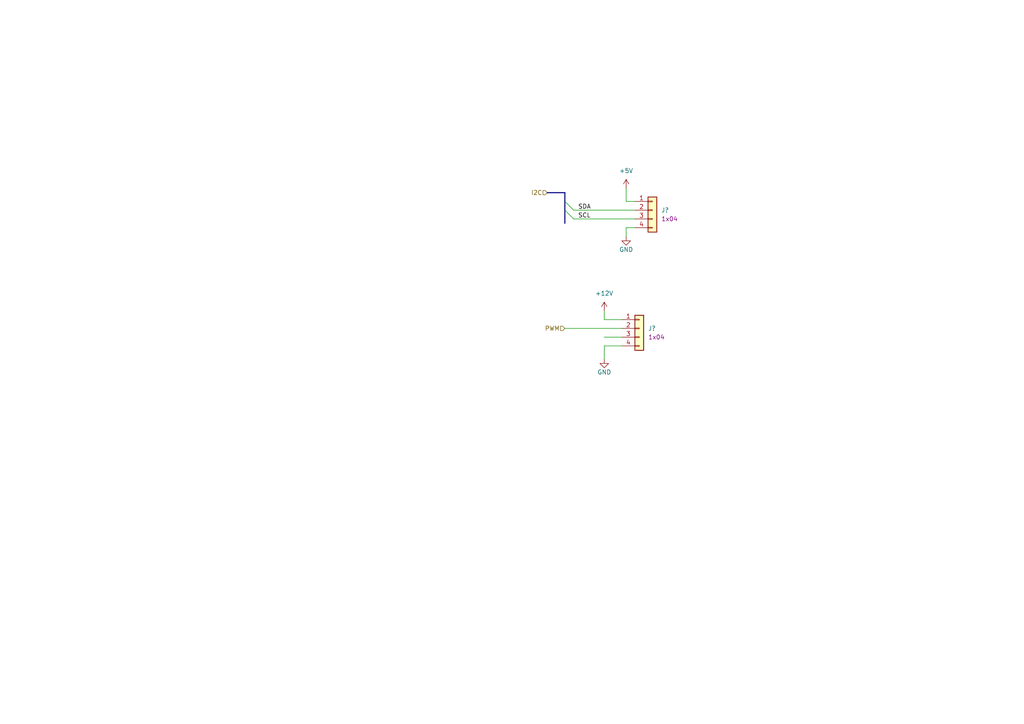
<source format=kicad_sch>
(kicad_sch (version 20211123) (generator eeschema)
  (paper "A4")
  (lib_symbols
    (symbol "KD_Connector_Screw:Con_Screw_1x04_691313510004" (pin_names hide)
      (property "Reference" "J" (at 7.366 -0.127 0))
      (property "Code" "1x04" (at 7.366 -2.667 0))
      (symbol "Con_Screw_1x04_691313510004_1_1"
        (rectangle (start 3.81 -7.493) (end 5.08 -7.747) (stroke (width 0.1524)))
        (rectangle (start 3.81 -4.953) (end 5.08 -5.207) (stroke (width 0.1524)))
        (rectangle (start 3.81 -2.413) (end 5.08 -2.667) (stroke (width 0.1524)))
        (rectangle (start 3.81 0.127) (end 5.08 -0.127) (stroke (width 0.1524)))
        (rectangle (start 3.81 1.27) (end 6.35 -8.89) (stroke (width 0.254)) (fill (type background)))
        (pin passive line (at 0 0 0) (length 3.81) (name "Pin_1") (number "1"))
        (pin passive line (at 0 -2.54 0) (length 3.81) (name "Pin_2") (number "2"))
        (pin passive line (at 0 -5.08 0) (length 3.81) (name "Pin_3") (number "3"))
        (pin passive line (at 0 -7.62 0) (length 3.81) (name "Pin_4") (number "4"))
      )
    )
    (symbol "power:+12V" (power) (pin_names (offset 0))
      (property "Value" "+12V" (at 0 3.556 0))
      (symbol "+12V_0_1"
        (polyline (pts (xy -0.762 1.27) (xy 0 2.54)))
        (polyline (pts (xy 0 0) (xy 0 2.54)))
        (polyline (pts (xy 0 2.54) (xy 0.762 1.27)))
      )
      (symbol "+12V_1_1"
        (pin power_in line (at 0 0 90) (length 0) hide (name "+12V") (number "1"))
      )
    )
    (symbol "power:+5V" (power) (pin_names (offset 0))
      (property "Value" "+5V" (at 0 3.556 0))
      (symbol "+5V_0_1"
        (polyline (pts (xy -0.762 1.27) (xy 0 2.54)))
        (polyline (pts (xy 0 0) (xy 0 2.54)))
        (polyline (pts (xy 0 2.54) (xy 0.762 1.27)))
      )
      (symbol "+5V_1_1"
        (pin power_in line (at 0 0 90) (length 0) hide (name "+5V") (number "1"))
      )
    )
    (symbol "power:GND" (power) (pin_names (offset 0))
      (property "Value" "GND" (at 0 -3.81 0))
      (symbol "GND_0_1"
        (polyline (pts (xy 0 0) (xy 0 -1.27) (xy 1.27 -1.27) (xy 0 -2.54) (xy -1.27 -1.27) (xy 0 -1.27)))
      )
      (symbol "GND_1_1"
        (pin power_in line (at 0 0 270) (length 0) hide (name "GND") (number "1"))
      )
    )
  )
  (bus_entry (at 163.83 58.42) (size 2.54 2.54))
  (bus_entry (at 163.83 60.96) (size 2.54 2.54))
  (wire (pts (xy 184.15 58.42) (xy 181.61 58.42)))
  (bus (pts (xy 163.83 58.42) (xy 163.83 60.96)))
  (wire (pts (xy 181.61 54.61) (xy 181.61 58.42)))
  (wire (pts (xy 175.26 92.71) (xy 180.34 92.71)))
  (wire (pts (xy 163.83 95.25) (xy 180.34 95.25)))
  (bus (pts (xy 163.83 60.96) (xy 163.83 64.77)))
  (wire (pts (xy 166.37 63.5) (xy 184.15 63.5)))
  (wire (pts (xy 180.34 100.33) (xy 175.26 100.33)))
  (wire (pts (xy 166.37 60.96) (xy 184.15 60.96)))
  (wire (pts (xy 175.26 100.33) (xy 175.26 104.14)))
  (wire (pts (xy 175.26 90.17) (xy 175.26 92.71)))
  (wire (pts (xy 175.26 97.79) (xy 180.34 97.79)))
  (wire (pts (xy 181.61 66.04) (xy 181.61 68.58)))
  (bus (pts (xy 163.83 55.88) (xy 163.83 58.42)))
  (wire (pts (xy 184.15 66.04) (xy 181.61 66.04)))
  (bus (pts (xy 158.75 55.88) (xy 163.83 55.88)))
  (label "SCL" (at 167.64 63.5 0))
  (label "SDA" (at 167.64 60.96 0))
  (hierarchical_label "PWM" (shape input) (at 163.83 95.25 180))
  (hierarchical_label "I2C" (shape input) (at 158.75 55.88 180))
  (symbol (lib_id "power:+12V") (at 175.26 90.17 0) (unit 1)
    (property "Reference" "#PWR?" (effects hide))
    (property "Value" "+12V" (at 175.26 85.09 0))
  )
  (symbol (lib_id "power:GND") (at 175.26 104.14 0) (mirror y) (unit 1)
    (property "Reference" "#PWR?" (effects hide))
    (property "Value" "GND" (at 175.26 107.95 0))
  )
  (symbol (lib_id "power:GND") (at 181.61 68.58 0) (mirror y) (unit 1)
    (property "Reference" "#PWR?" (effects hide))
    (property "Value" "GND" (at 181.61 72.39 0))
  )
  (symbol (lib_id "power:+5V") (at 181.61 54.61 0) (unit 1)
    (property "Reference" "#PWR?" (effects hide))
    (property "Value" "+5V" (at 181.61 49.53 0))
  )
  (symbol (lib_id "KD_Connector_Screw:Con_Screw_1x04_691313510004") (at 180.34 92.71 0) (unit 1)
    (property "Reference" "J?" (at 187.96 95.2499 0) (effects (justify left)))
    (property "Value" "Con_Screw_1x04_691313510004" (effects hide))
    (property "Footprint" "KD_Connector_Screw:CON_508_1X04_691313510004_Mated" (effects hide))
    (property "Datasheet" "https://www.we-online.com/katalog/datasheet/6913135100xx.pdf" (effects hide))
    (property "Code" "1x04" (at 187.96 97.7899 0) (effects (justify left)))
    (property "Manufacturer" "Würth Elektronik" (effects hide))
    (property "MFG_PartNo" "691313510004" (effects hide))
    (property "Supplier" "Digi-Key" (effects hide))
    (property "Supplier_PartNo" "732-2072-ND" (effects hide))
    (property "DNP" "F" (effects hide))
    (property "Price" "0.3" (effects hide))
  )
  (symbol (lib_id "KD_Connector_Screw:Con_Screw_1x04_691313510004") (at 184.15 58.42 0) (unit 1)
    (property "Reference" "J?" (at 191.77 60.9599 0) (effects (justify left)))
    (property "Value" "Con_Screw_1x04_691313510004" (effects hide))
    (property "Footprint" "KD_Connector_Screw:CON_508_1X04_691313510004_Mated" (effects hide))
    (property "Datasheet" "https://www.we-online.com/katalog/datasheet/6913135100xx.pdf" (effects hide))
    (property "Code" "1x04" (at 191.77 63.4999 0) (effects (justify left)))
    (property "Manufacturer" "Würth Elektronik" (effects hide))
    (property "MFG_PartNo" "691313510004" (effects hide))
    (property "Supplier" "Digi-Key" (effects hide))
    (property "Supplier_PartNo" "732-2072-ND" (effects hide))
    (property "DNP" "F" (effects hide))
    (property "Price" "0.3" (effects hide))
  )
)
</source>
